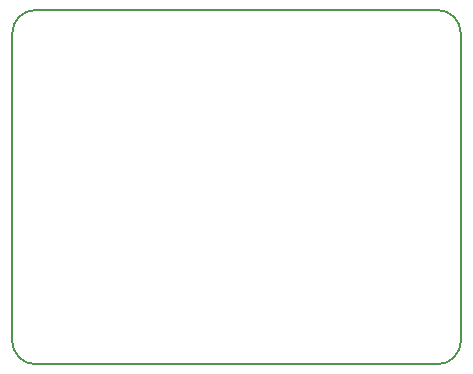
<source format=gko>
G04 DipTrace Beta 2.3.5.2*
%INUSBtoRS485converter.GKO*%
%MOMM*%
%ADD11C,0.14*%
%FSLAX53Y53*%
G04*
G71*
G90*
G75*
G01*
%LNBoardOutline*%
%LPD*%
X2000Y0D2*
D11*
X36000D1*
G03X38000Y2000I0J2000D01*
G01*
Y28000D1*
G03X36000Y30000I-2000J0D01*
G01*
X2000D1*
G03X0Y28000I0J-2000D01*
G01*
Y2000D1*
G03X2000Y0I2000J0D01*
G01*
M02*

</source>
